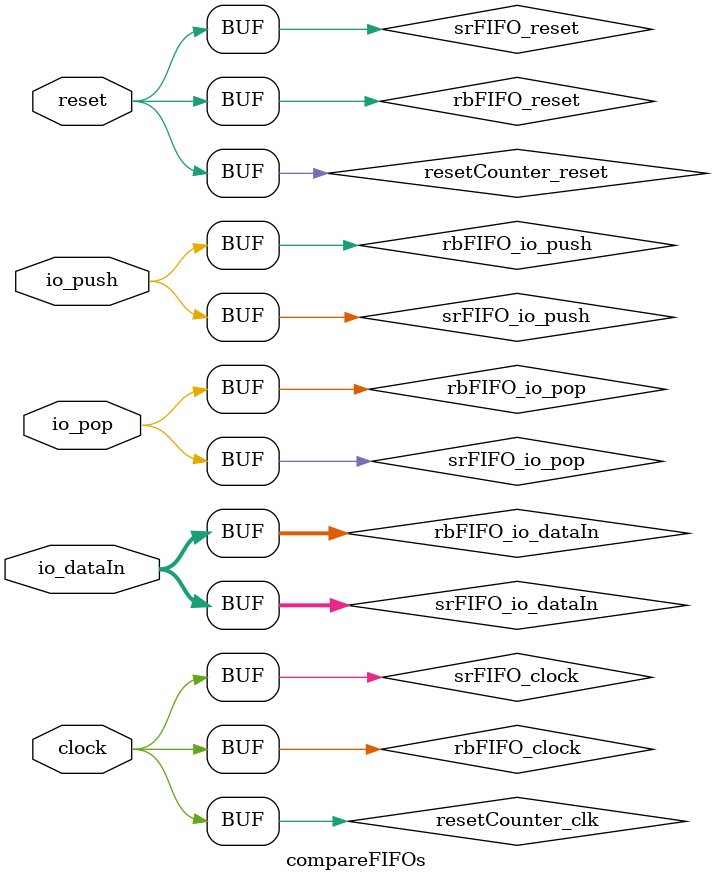
<source format=sv>
module srFIFO(
  input        clock,
  input        reset,
  input  [3:0] io_dataIn,
  input        io_push,
  input        io_pop,
  output [3:0] io_dataOut,
  output       io_full,
  output       io_empty
);
`ifdef RANDOMIZE_MEM_INIT
  reg [31:0] _RAND_0;
`endif // RANDOMIZE_MEM_INIT
`ifdef RANDOMIZE_REG_INIT
  reg [31:0] _RAND_1;
  reg [31:0] _RAND_2;
`endif // RANDOMIZE_REG_INIT
  reg [3:0] memRegs [0:7]; // @[FIFOs.scala 52:20]
  wire  memRegs_MPORT_1_en; // @[FIFOs.scala 52:20]
  wire [2:0] memRegs_MPORT_1_addr; // @[FIFOs.scala 52:20]
  wire [3:0] memRegs_MPORT_1_data; // @[FIFOs.scala 52:20]
  wire  memRegs_MPORT_3_en; // @[FIFOs.scala 52:20]
  wire [2:0] memRegs_MPORT_3_addr; // @[FIFOs.scala 52:20]
  wire [3:0] memRegs_MPORT_3_data; // @[FIFOs.scala 52:20]
  wire  memRegs_MPORT_5_en; // @[FIFOs.scala 52:20]
  wire [2:0] memRegs_MPORT_5_addr; // @[FIFOs.scala 52:20]
  wire [3:0] memRegs_MPORT_5_data; // @[FIFOs.scala 52:20]
  wire  memRegs_MPORT_7_en; // @[FIFOs.scala 52:20]
  wire [2:0] memRegs_MPORT_7_addr; // @[FIFOs.scala 52:20]
  wire [3:0] memRegs_MPORT_7_data; // @[FIFOs.scala 52:20]
  wire  memRegs_MPORT_9_en; // @[FIFOs.scala 52:20]
  wire [2:0] memRegs_MPORT_9_addr; // @[FIFOs.scala 52:20]
  wire [3:0] memRegs_MPORT_9_data; // @[FIFOs.scala 52:20]
  wire  memRegs_MPORT_11_en; // @[FIFOs.scala 52:20]
  wire [2:0] memRegs_MPORT_11_addr; // @[FIFOs.scala 52:20]
  wire [3:0] memRegs_MPORT_11_data; // @[FIFOs.scala 52:20]
  wire  memRegs_MPORT_13_en; // @[FIFOs.scala 52:20]
  wire [2:0] memRegs_MPORT_13_addr; // @[FIFOs.scala 52:20]
  wire [3:0] memRegs_MPORT_13_data; // @[FIFOs.scala 52:20]
  wire  memRegs_io_dataOut_MPORT_en; // @[FIFOs.scala 52:20]
  wire [2:0] memRegs_io_dataOut_MPORT_addr; // @[FIFOs.scala 52:20]
  wire [3:0] memRegs_io_dataOut_MPORT_data; // @[FIFOs.scala 52:20]
  wire [3:0] memRegs_MPORT_data; // @[FIFOs.scala 52:20]
  wire [2:0] memRegs_MPORT_addr; // @[FIFOs.scala 52:20]
  wire  memRegs_MPORT_mask; // @[FIFOs.scala 52:20]
  wire  memRegs_MPORT_en; // @[FIFOs.scala 52:20]
  wire [3:0] memRegs_MPORT_2_data; // @[FIFOs.scala 52:20]
  wire [2:0] memRegs_MPORT_2_addr; // @[FIFOs.scala 52:20]
  wire  memRegs_MPORT_2_mask; // @[FIFOs.scala 52:20]
  wire  memRegs_MPORT_2_en; // @[FIFOs.scala 52:20]
  wire [3:0] memRegs_MPORT_4_data; // @[FIFOs.scala 52:20]
  wire [2:0] memRegs_MPORT_4_addr; // @[FIFOs.scala 52:20]
  wire  memRegs_MPORT_4_mask; // @[FIFOs.scala 52:20]
  wire  memRegs_MPORT_4_en; // @[FIFOs.scala 52:20]
  wire [3:0] memRegs_MPORT_6_data; // @[FIFOs.scala 52:20]
  wire [2:0] memRegs_MPORT_6_addr; // @[FIFOs.scala 52:20]
  wire  memRegs_MPORT_6_mask; // @[FIFOs.scala 52:20]
  wire  memRegs_MPORT_6_en; // @[FIFOs.scala 52:20]
  wire [3:0] memRegs_MPORT_8_data; // @[FIFOs.scala 52:20]
  wire [2:0] memRegs_MPORT_8_addr; // @[FIFOs.scala 52:20]
  wire  memRegs_MPORT_8_mask; // @[FIFOs.scala 52:20]
  wire  memRegs_MPORT_8_en; // @[FIFOs.scala 52:20]
  wire [3:0] memRegs_MPORT_10_data; // @[FIFOs.scala 52:20]
  wire [2:0] memRegs_MPORT_10_addr; // @[FIFOs.scala 52:20]
  wire  memRegs_MPORT_10_mask; // @[FIFOs.scala 52:20]
  wire  memRegs_MPORT_10_en; // @[FIFOs.scala 52:20]
  wire [3:0] memRegs_MPORT_12_data; // @[FIFOs.scala 52:20]
  wire [2:0] memRegs_MPORT_12_addr; // @[FIFOs.scala 52:20]
  wire  memRegs_MPORT_12_mask; // @[FIFOs.scala 52:20]
  wire  memRegs_MPORT_12_en; // @[FIFOs.scala 52:20]
  wire [3:0] memRegs_MPORT_14_data; // @[FIFOs.scala 52:20]
  wire [2:0] memRegs_MPORT_14_addr; // @[FIFOs.scala 52:20]
  wire  memRegs_MPORT_14_mask; // @[FIFOs.scala 52:20]
  wire  memRegs_MPORT_14_en; // @[FIFOs.scala 52:20]
  reg [2:0] tailReg; // @[FIFOs.scala 54:24]
  reg  emptyReg; // @[FIFOs.scala 55:25]
  wire  _T = ~io_full; // @[FIFOs.scala 57:18]
  wire  _T_2 = ~emptyReg; // @[FIFOs.scala 62:10]
  wire [2:0] _tailReg_T_1 = tailReg + 3'h1; // @[FIFOs.scala 63:26]
  wire  _T_5 = tailReg == 3'h0; // @[FIFOs.scala 67:18]
  wire  _GEN_1 = tailReg == 3'h0 | emptyReg; // @[FIFOs.scala 67:27 68:16 55:25]
  wire [2:0] _tailReg_T_3 = tailReg - 3'h1; // @[FIFOs.scala 73:26]
  wire  _GEN_2 = _T_5 | _GEN_1; // @[FIFOs.scala 70:27 71:16]
  wire  _GEN_4 = io_pop & _T_2 ? _GEN_2 : emptyReg; // @[FIFOs.scala 55:25 66:34]
  wire  _GEN_25 = io_push & ~io_full ? 1'h0 : _GEN_4; // @[FIFOs.scala 57:28 65:14]
  assign memRegs_MPORT_1_en = io_push & _T;
  assign memRegs_MPORT_1_addr = 3'h6;
  assign memRegs_MPORT_1_data = memRegs[memRegs_MPORT_1_addr]; // @[FIFOs.scala 52:20]
  assign memRegs_MPORT_3_en = io_push & _T;
  assign memRegs_MPORT_3_addr = 3'h5;
  assign memRegs_MPORT_3_data = memRegs[memRegs_MPORT_3_addr]; // @[FIFOs.scala 52:20]
  assign memRegs_MPORT_5_en = io_push & _T;
  assign memRegs_MPORT_5_addr = 3'h4;
  assign memRegs_MPORT_5_data = memRegs[memRegs_MPORT_5_addr]; // @[FIFOs.scala 52:20]
  assign memRegs_MPORT_7_en = io_push & _T;
  assign memRegs_MPORT_7_addr = 3'h3;
  assign memRegs_MPORT_7_data = memRegs[memRegs_MPORT_7_addr]; // @[FIFOs.scala 52:20]
  assign memRegs_MPORT_9_en = io_push & _T;
  assign memRegs_MPORT_9_addr = 3'h2;
  assign memRegs_MPORT_9_data = memRegs[memRegs_MPORT_9_addr]; // @[FIFOs.scala 52:20]
  assign memRegs_MPORT_11_en = io_push & _T;
  assign memRegs_MPORT_11_addr = 3'h1;
  assign memRegs_MPORT_11_data = memRegs[memRegs_MPORT_11_addr]; // @[FIFOs.scala 52:20]
  assign memRegs_MPORT_13_en = io_push & _T;
  assign memRegs_MPORT_13_addr = 3'h0;
  assign memRegs_MPORT_13_data = memRegs[memRegs_MPORT_13_addr]; // @[FIFOs.scala 52:20]
  assign memRegs_io_dataOut_MPORT_en = 1'h1;
  assign memRegs_io_dataOut_MPORT_addr = tailReg;
  assign memRegs_io_dataOut_MPORT_data = memRegs[memRegs_io_dataOut_MPORT_addr]; // @[FIFOs.scala 52:20]
  assign memRegs_MPORT_data = memRegs_MPORT_1_data;
  assign memRegs_MPORT_addr = 3'h7;
  assign memRegs_MPORT_mask = 1'h1;
  assign memRegs_MPORT_en = io_push & _T;
  assign memRegs_MPORT_2_data = memRegs_MPORT_3_data;
  assign memRegs_MPORT_2_addr = 3'h6;
  assign memRegs_MPORT_2_mask = 1'h1;
  assign memRegs_MPORT_2_en = io_push & _T;
  assign memRegs_MPORT_4_data = memRegs_MPORT_5_data;
  assign memRegs_MPORT_4_addr = 3'h5;
  assign memRegs_MPORT_4_mask = 1'h1;
  assign memRegs_MPORT_4_en = io_push & _T;
  assign memRegs_MPORT_6_data = memRegs_MPORT_7_data;
  assign memRegs_MPORT_6_addr = 3'h4;
  assign memRegs_MPORT_6_mask = 1'h1;
  assign memRegs_MPORT_6_en = io_push & _T;
  assign memRegs_MPORT_8_data = memRegs_MPORT_9_data;
  assign memRegs_MPORT_8_addr = 3'h3;
  assign memRegs_MPORT_8_mask = 1'h1;
  assign memRegs_MPORT_8_en = io_push & _T;
  assign memRegs_MPORT_10_data = memRegs_MPORT_11_data;
  assign memRegs_MPORT_10_addr = 3'h2;
  assign memRegs_MPORT_10_mask = 1'h1;
  assign memRegs_MPORT_10_en = io_push & _T;
  assign memRegs_MPORT_12_data = memRegs_MPORT_13_data;
  assign memRegs_MPORT_12_addr = 3'h1;
  assign memRegs_MPORT_12_mask = 1'h1;
  assign memRegs_MPORT_12_en = io_push & _T;
  assign memRegs_MPORT_14_data = io_dataIn;
  assign memRegs_MPORT_14_addr = 3'h0;
  assign memRegs_MPORT_14_mask = 1'h1;
  assign memRegs_MPORT_14_en = io_push & _T;
  assign io_dataOut = memRegs_io_dataOut_MPORT_data; // @[FIFOs.scala 77:14]
  assign io_full = tailReg == 3'h7; // @[FIFOs.scala 79:22]
  assign io_empty = emptyReg; // @[FIFOs.scala 78:12]
  always @(posedge clock) begin
    if (memRegs_MPORT_en & memRegs_MPORT_mask) begin
      memRegs[memRegs_MPORT_addr] <= memRegs_MPORT_data; // @[FIFOs.scala 52:20]
    end
    if (memRegs_MPORT_2_en & memRegs_MPORT_2_mask) begin
      memRegs[memRegs_MPORT_2_addr] <= memRegs_MPORT_2_data; // @[FIFOs.scala 52:20]
    end
    if (memRegs_MPORT_4_en & memRegs_MPORT_4_mask) begin
      memRegs[memRegs_MPORT_4_addr] <= memRegs_MPORT_4_data; // @[FIFOs.scala 52:20]
    end
    if (memRegs_MPORT_6_en & memRegs_MPORT_6_mask) begin
      memRegs[memRegs_MPORT_6_addr] <= memRegs_MPORT_6_data; // @[FIFOs.scala 52:20]
    end
    if (memRegs_MPORT_8_en & memRegs_MPORT_8_mask) begin
      memRegs[memRegs_MPORT_8_addr] <= memRegs_MPORT_8_data; // @[FIFOs.scala 52:20]
    end
    if (memRegs_MPORT_10_en & memRegs_MPORT_10_mask) begin
      memRegs[memRegs_MPORT_10_addr] <= memRegs_MPORT_10_data; // @[FIFOs.scala 52:20]
    end
    if (memRegs_MPORT_12_en & memRegs_MPORT_12_mask) begin
      memRegs[memRegs_MPORT_12_addr] <= memRegs_MPORT_12_data; // @[FIFOs.scala 52:20]
    end
    if (memRegs_MPORT_14_en & memRegs_MPORT_14_mask) begin
      memRegs[memRegs_MPORT_14_addr] <= memRegs_MPORT_14_data; // @[FIFOs.scala 52:20]
    end
    if (reset) begin // @[FIFOs.scala 54:24]
      tailReg <= 3'h0; // @[FIFOs.scala 54:24]
    end else if (io_push & ~io_full) begin // @[FIFOs.scala 57:28]
      if (~emptyReg) begin // @[FIFOs.scala 62:21]
        tailReg <= _tailReg_T_1; // @[FIFOs.scala 63:15]
      end
    end else if (io_pop & _T_2) begin // @[FIFOs.scala 66:34]
      if (!(_T_5)) begin // @[FIFOs.scala 70:27]
        tailReg <= _tailReg_T_3; // @[FIFOs.scala 73:15]
      end
    end
    emptyReg <= reset | _GEN_25; // @[FIFOs.scala 55:{25,25}]
  end
// Register and memory initialization
`ifdef RANDOMIZE_GARBAGE_ASSIGN
`define RANDOMIZE
`endif
`ifdef RANDOMIZE_INVALID_ASSIGN
`define RANDOMIZE
`endif
`ifdef RANDOMIZE_REG_INIT
`define RANDOMIZE
`endif
`ifdef RANDOMIZE_MEM_INIT
`define RANDOMIZE
`endif
`ifndef RANDOM
`define RANDOM $random
`endif
`ifdef RANDOMIZE_MEM_INIT
  integer initvar;
`endif
`ifndef SYNTHESIS
`ifdef FIRRTL_BEFORE_INITIAL
`FIRRTL_BEFORE_INITIAL
`endif
initial begin
  `ifdef RANDOMIZE
    `ifdef INIT_RANDOM
      `INIT_RANDOM
    `endif
    `ifndef VERILATOR
      `ifdef RANDOMIZE_DELAY
        #`RANDOMIZE_DELAY begin end
      `else
        #0.002 begin end
      `endif
    `endif
`ifdef RANDOMIZE_MEM_INIT
  _RAND_0 = {1{`RANDOM}};
  for (initvar = 0; initvar < 8; initvar = initvar+1)
    memRegs[initvar] = _RAND_0[3:0];
`endif // RANDOMIZE_MEM_INIT
`ifdef RANDOMIZE_REG_INIT
  _RAND_1 = {1{`RANDOM}};
  tailReg = _RAND_1[2:0];
  _RAND_2 = {1{`RANDOM}};
  emptyReg = _RAND_2[0:0];
`endif // RANDOMIZE_REG_INIT
  `endif // RANDOMIZE
end // initial
`ifdef FIRRTL_AFTER_INITIAL
`FIRRTL_AFTER_INITIAL
`endif
`endif // SYNTHESIS
endmodule
module rbFIFO(
  input        clock,
  input        reset,
  input  [3:0] io_dataIn,
  input        io_push,
  input        io_pop,
  output [3:0] io_dataOut,
  output       io_full,
  output       io_empty
);
`ifdef RANDOMIZE_MEM_INIT
  reg [31:0] _RAND_0;
`endif // RANDOMIZE_MEM_INIT
`ifdef RANDOMIZE_REG_INIT
  reg [31:0] _RAND_1;
  reg [31:0] _RAND_2;
  reg [31:0] _RAND_3;
`endif // RANDOMIZE_REG_INIT
  reg [3:0] memRegs [0:7]; // @[FIFOs.scala 99:20]
  wire  memRegs_io_dataOut_MPORT_en; // @[FIFOs.scala 99:20]
  wire [2:0] memRegs_io_dataOut_MPORT_addr; // @[FIFOs.scala 99:20]
  wire [3:0] memRegs_io_dataOut_MPORT_data; // @[FIFOs.scala 99:20]
  wire [3:0] memRegs_MPORT_data; // @[FIFOs.scala 99:20]
  wire [2:0] memRegs_MPORT_addr; // @[FIFOs.scala 99:20]
  wire  memRegs_MPORT_mask; // @[FIFOs.scala 99:20]
  wire  memRegs_MPORT_en; // @[FIFOs.scala 99:20]
  reg [2:0] tailReg; // @[FIFOs.scala 100:24]
  reg [2:0] headReg; // @[FIFOs.scala 101:24]
  reg  emptyReg; // @[FIFOs.scala 102:25]
  wire  _T = ~io_full; // @[FIFOs.scala 104:18]
  wire [2:0] _headReg_T_1 = headReg + 3'h1; // @[FIFOs.scala 106:24]
  wire  _T_2 = ~emptyReg; // @[FIFOs.scala 108:23]
  wire [2:0] _tailReg_T_1 = tailReg + 3'h1; // @[FIFOs.scala 109:24]
  wire  _GEN_0 = _tailReg_T_1 == headReg | emptyReg; // @[FIFOs.scala 110:39 111:16 102:25]
  wire  _GEN_2 = io_pop & ~emptyReg ? _GEN_0 : emptyReg; // @[FIFOs.scala 102:25 108:34]
  wire  _GEN_9 = io_push & ~io_full ? 1'h0 : _GEN_2; // @[FIFOs.scala 104:28 107:14]
  assign memRegs_io_dataOut_MPORT_en = 1'h1;
  assign memRegs_io_dataOut_MPORT_addr = tailReg;
  assign memRegs_io_dataOut_MPORT_data = memRegs[memRegs_io_dataOut_MPORT_addr]; // @[FIFOs.scala 99:20]
  assign memRegs_MPORT_data = io_dataIn;
  assign memRegs_MPORT_addr = headReg;
  assign memRegs_MPORT_mask = 1'h1;
  assign memRegs_MPORT_en = io_push & _T;
  assign io_dataOut = memRegs_io_dataOut_MPORT_data; // @[FIFOs.scala 116:14]
  assign io_full = tailReg == headReg & _T_2; // @[FIFOs.scala 117:36]
  assign io_empty = emptyReg; // @[FIFOs.scala 115:12]
  always @(posedge clock) begin
    if (memRegs_MPORT_en & memRegs_MPORT_mask) begin
      memRegs[memRegs_MPORT_addr] <= memRegs_MPORT_data; // @[FIFOs.scala 99:20]
    end
    if (reset) begin // @[FIFOs.scala 100:24]
      tailReg <= 3'h0; // @[FIFOs.scala 100:24]
    end else if (!(io_push & ~io_full)) begin // @[FIFOs.scala 104:28]
      if (io_pop & ~emptyReg) begin // @[FIFOs.scala 108:34]
        tailReg <= _tailReg_T_1; // @[FIFOs.scala 109:13]
      end
    end
    if (reset) begin // @[FIFOs.scala 101:24]
      headReg <= 3'h0; // @[FIFOs.scala 101:24]
    end else if (io_push & ~io_full) begin // @[FIFOs.scala 104:28]
      headReg <= _headReg_T_1; // @[FIFOs.scala 106:13]
    end
    emptyReg <= reset | _GEN_9; // @[FIFOs.scala 102:{25,25}]
  end
// Register and memory initialization
`ifdef RANDOMIZE_GARBAGE_ASSIGN
`define RANDOMIZE
`endif
`ifdef RANDOMIZE_INVALID_ASSIGN
`define RANDOMIZE
`endif
`ifdef RANDOMIZE_REG_INIT
`define RANDOMIZE
`endif
`ifdef RANDOMIZE_MEM_INIT
`define RANDOMIZE
`endif
`ifndef RANDOM
`define RANDOM $random
`endif
`ifdef RANDOMIZE_MEM_INIT
  integer initvar;
`endif
`ifndef SYNTHESIS
`ifdef FIRRTL_BEFORE_INITIAL
`FIRRTL_BEFORE_INITIAL
`endif
initial begin
  `ifdef RANDOMIZE
    `ifdef INIT_RANDOM
      `INIT_RANDOM
    `endif
    `ifndef VERILATOR
      `ifdef RANDOMIZE_DELAY
        #`RANDOMIZE_DELAY begin end
      `else
        #0.002 begin end
      `endif
    `endif
`ifdef RANDOMIZE_MEM_INIT
  _RAND_0 = {1{`RANDOM}};
  for (initvar = 0; initvar < 8; initvar = initvar+1)
    memRegs[initvar] = _RAND_0[3:0];
`endif // RANDOMIZE_MEM_INIT
`ifdef RANDOMIZE_REG_INIT
  _RAND_1 = {1{`RANDOM}};
  tailReg = _RAND_1[2:0];
  _RAND_2 = {1{`RANDOM}};
  headReg = _RAND_2[2:0];
  _RAND_3 = {1{`RANDOM}};
  emptyReg = _RAND_3[0:0];
`endif // RANDOMIZE_REG_INIT
  `endif // RANDOMIZE
end // initial
`ifdef FIRRTL_AFTER_INITIAL
`FIRRTL_AFTER_INITIAL
`endif
`endif // SYNTHESIS
endmodule
module compareFIFOs(
  input        clock,
  input        reset,
  input  [3:0] io_dataIn,
  input        io_push,
  input        io_pop
);
  wire  resetCounter_clk; // @[Formal.scala 10:36]
  wire  resetCounter_reset; // @[Formal.scala 10:36]
  wire [31:0] resetCounter_timeSinceReset; // @[Formal.scala 10:36]
  wire  resetCounter_notChaos; // @[Formal.scala 10:36]
  wire  srFIFO_clock; // @[FIFOs.scala 15:22]
  wire  srFIFO_reset; // @[FIFOs.scala 15:22]
  wire [3:0] srFIFO_io_dataIn; // @[FIFOs.scala 15:22]
  wire  srFIFO_io_push; // @[FIFOs.scala 15:22]
  wire  srFIFO_io_pop; // @[FIFOs.scala 15:22]
  wire [3:0] srFIFO_io_dataOut; // @[FIFOs.scala 15:22]
  wire  srFIFO_io_full; // @[FIFOs.scala 15:22]
  wire  srFIFO_io_empty; // @[FIFOs.scala 15:22]
  wire  rbFIFO_clock; // @[FIFOs.scala 16:22]
  wire  rbFIFO_reset; // @[FIFOs.scala 16:22]
  wire [3:0] rbFIFO_io_dataIn; // @[FIFOs.scala 16:22]
  wire  rbFIFO_io_push; // @[FIFOs.scala 16:22]
  wire  rbFIFO_io_pop; // @[FIFOs.scala 16:22]
  wire [3:0] rbFIFO_io_dataOut; // @[FIFOs.scala 16:22]
  wire  rbFIFO_io_full; // @[FIFOs.scala 16:22]
  wire  rbFIFO_io_empty; // @[FIFOs.scala 16:22]
  wire  _T_2 = ~reset; // @[FIFOs.scala 26:9]
  wire  _T_8 = ~srFIFO_io_empty; // @[FIFOs.scala 28:9]
  ResetCounter resetCounter ( // @[Formal.scala 10:36]
    .clk(resetCounter_clk),
    .reset(resetCounter_reset),
    .timeSinceReset(resetCounter_timeSinceReset),
    .notChaos(resetCounter_notChaos)
  );
  srFIFO srFIFO ( // @[FIFOs.scala 15:22]
    .clock(srFIFO_clock),
    .reset(srFIFO_reset),
    .io_dataIn(srFIFO_io_dataIn),
    .io_push(srFIFO_io_push),
    .io_pop(srFIFO_io_pop),
    .io_dataOut(srFIFO_io_dataOut),
    .io_full(srFIFO_io_full),
    .io_empty(srFIFO_io_empty)
  );
  rbFIFO rbFIFO ( // @[FIFOs.scala 16:22]
    .clock(rbFIFO_clock),
    .reset(rbFIFO_reset),
    .io_dataIn(rbFIFO_io_dataIn),
    .io_push(rbFIFO_io_push),
    .io_pop(rbFIFO_io_pop),
    .io_dataOut(rbFIFO_io_dataOut),
    .io_full(rbFIFO_io_full),
    .io_empty(rbFIFO_io_empty)
  );
  assign resetCounter_clk = clock; // @[Formal.scala 11:23]
  assign resetCounter_reset = reset; // @[Formal.scala 12:25]
  assign srFIFO_clock = clock;
  assign srFIFO_reset = reset;
  assign srFIFO_io_dataIn = io_dataIn; // @[FIFOs.scala 18:17]
  assign srFIFO_io_push = io_push; // @[FIFOs.scala 19:15]
  assign srFIFO_io_pop = io_pop; // @[FIFOs.scala 20:14]
  assign rbFIFO_clock = clock;
  assign rbFIFO_reset = reset;
  assign rbFIFO_io_dataIn = io_dataIn; // @[FIFOs.scala 22:17]
  assign rbFIFO_io_push = io_push; // @[FIFOs.scala 23:15]
  assign rbFIFO_io_pop = io_pop; // @[FIFOs.scala 24:14]
  always @(posedge clock) begin
    `ifndef SYNTHESIS
    `ifdef PRINTF_COND
      if (`PRINTF_COND) begin
    `endif
        if (resetCounter_notChaos & ~reset & ~(srFIFO_io_empty == rbFIFO_io_empty)) begin
          $fwrite(32'h80000002,"Assertion failed: \n    at Formal.scala:20 cassert(cond, msg)\n"); // @[FIFOs.scala 26:9]
        end
    `ifdef PRINTF_COND
      end
    `endif
    `endif // SYNTHESIS
    `ifndef SYNTHESIS
    `ifdef PRINTF_COND
      if (`PRINTF_COND) begin
    `endif
        if (_T_8 & resetCounter_notChaos & _T_2 & ~(srFIFO_io_dataOut == rbFIFO_io_dataOut)) begin
          $fwrite(32'h80000002,"Assertion failed: \n    at Formal.scala:20 cassert(cond, msg)\n"); // @[FIFOs.scala 29:11]
        end
    `ifdef PRINTF_COND
      end
    `endif
    `endif // SYNTHESIS
  end
  always @(posedge clock) begin
    //
    if (resetCounter_notChaos & ~reset) begin
      assert(srFIFO_io_empty == rbFIFO_io_empty); // @[FIFOs.scala 26:9]
    end
    //
    if (resetCounter_notChaos & _T_2) begin
      assert(1'h1); // @[FIFOs.scala 27:9]
    end
    //
    if (_T_8 & resetCounter_notChaos & _T_2) begin
      assert(srFIFO_io_dataOut == rbFIFO_io_dataOut); // @[FIFOs.scala 29:11]
    end
  end
endmodule

</source>
